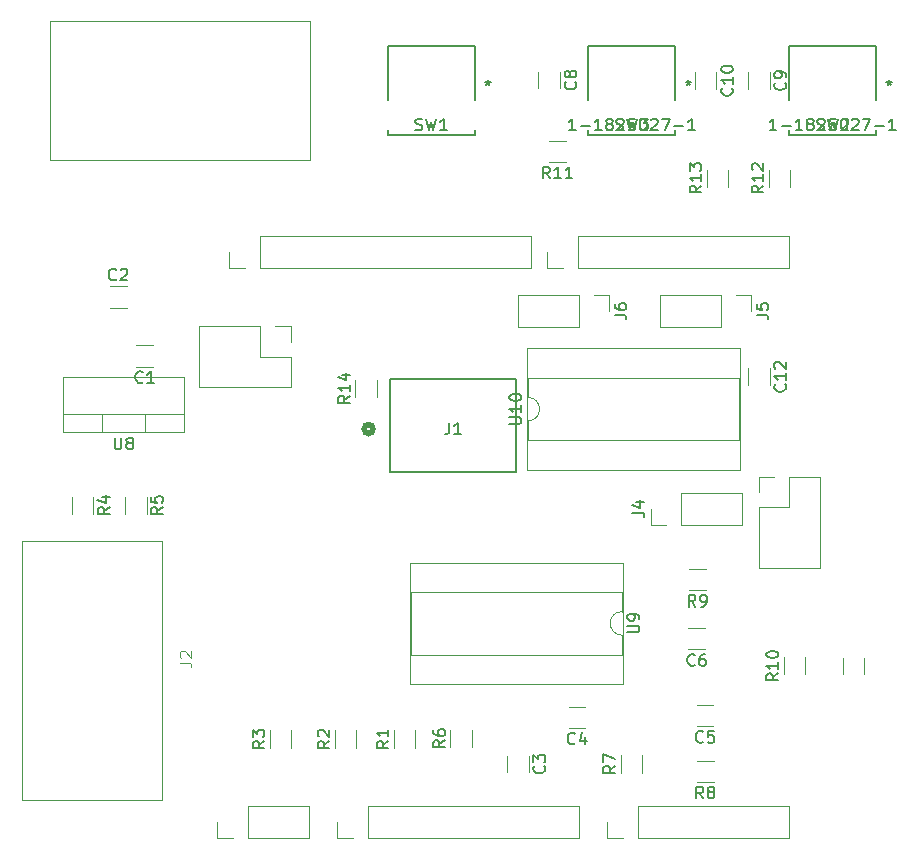
<source format=gbr>
%TF.GenerationSoftware,KiCad,Pcbnew,8.0.2*%
%TF.CreationDate,2024-04-30T14:50:30+02:00*%
%TF.ProjectId,Bachelor Shield,42616368-656c-46f7-9220-536869656c64,1.0*%
%TF.SameCoordinates,Original*%
%TF.FileFunction,Legend,Top*%
%TF.FilePolarity,Positive*%
%FSLAX46Y46*%
G04 Gerber Fmt 4.6, Leading zero omitted, Abs format (unit mm)*
G04 Created by KiCad (PCBNEW 8.0.2) date 2024-04-30 14:50:30*
%MOMM*%
%LPD*%
G01*
G04 APERTURE LIST*
%ADD10C,0.150000*%
%ADD11C,0.100000*%
%ADD12C,0.120000*%
%ADD13C,0.152400*%
%ADD14C,0.508000*%
G04 APERTURE END LIST*
D10*
X125294819Y-85083333D02*
X126009104Y-85083333D01*
X126009104Y-85083333D02*
X126151961Y-85130952D01*
X126151961Y-85130952D02*
X126247200Y-85226190D01*
X126247200Y-85226190D02*
X126294819Y-85369047D01*
X126294819Y-85369047D02*
X126294819Y-85464285D01*
X125628152Y-84178571D02*
X126294819Y-84178571D01*
X125247200Y-84416666D02*
X125961485Y-84654761D01*
X125961485Y-84654761D02*
X125961485Y-84035714D01*
X120433333Y-104609580D02*
X120385714Y-104657200D01*
X120385714Y-104657200D02*
X120242857Y-104704819D01*
X120242857Y-104704819D02*
X120147619Y-104704819D01*
X120147619Y-104704819D02*
X120004762Y-104657200D01*
X120004762Y-104657200D02*
X119909524Y-104561961D01*
X119909524Y-104561961D02*
X119861905Y-104466723D01*
X119861905Y-104466723D02*
X119814286Y-104276247D01*
X119814286Y-104276247D02*
X119814286Y-104133390D01*
X119814286Y-104133390D02*
X119861905Y-103942914D01*
X119861905Y-103942914D02*
X119909524Y-103847676D01*
X119909524Y-103847676D02*
X120004762Y-103752438D01*
X120004762Y-103752438D02*
X120147619Y-103704819D01*
X120147619Y-103704819D02*
X120242857Y-103704819D01*
X120242857Y-103704819D02*
X120385714Y-103752438D01*
X120385714Y-103752438D02*
X120433333Y-103800057D01*
X121290476Y-104038152D02*
X121290476Y-104704819D01*
X121052381Y-103657200D02*
X120814286Y-104371485D01*
X120814286Y-104371485D02*
X121433333Y-104371485D01*
X130570833Y-97959580D02*
X130523214Y-98007200D01*
X130523214Y-98007200D02*
X130380357Y-98054819D01*
X130380357Y-98054819D02*
X130285119Y-98054819D01*
X130285119Y-98054819D02*
X130142262Y-98007200D01*
X130142262Y-98007200D02*
X130047024Y-97911961D01*
X130047024Y-97911961D02*
X129999405Y-97816723D01*
X129999405Y-97816723D02*
X129951786Y-97626247D01*
X129951786Y-97626247D02*
X129951786Y-97483390D01*
X129951786Y-97483390D02*
X129999405Y-97292914D01*
X129999405Y-97292914D02*
X130047024Y-97197676D01*
X130047024Y-97197676D02*
X130142262Y-97102438D01*
X130142262Y-97102438D02*
X130285119Y-97054819D01*
X130285119Y-97054819D02*
X130380357Y-97054819D01*
X130380357Y-97054819D02*
X130523214Y-97102438D01*
X130523214Y-97102438D02*
X130570833Y-97150057D01*
X131427976Y-97054819D02*
X131237500Y-97054819D01*
X131237500Y-97054819D02*
X131142262Y-97102438D01*
X131142262Y-97102438D02*
X131094643Y-97150057D01*
X131094643Y-97150057D02*
X130999405Y-97292914D01*
X130999405Y-97292914D02*
X130951786Y-97483390D01*
X130951786Y-97483390D02*
X130951786Y-97864342D01*
X130951786Y-97864342D02*
X130999405Y-97959580D01*
X130999405Y-97959580D02*
X131047024Y-98007200D01*
X131047024Y-98007200D02*
X131142262Y-98054819D01*
X131142262Y-98054819D02*
X131332738Y-98054819D01*
X131332738Y-98054819D02*
X131427976Y-98007200D01*
X131427976Y-98007200D02*
X131475595Y-97959580D01*
X131475595Y-97959580D02*
X131523214Y-97864342D01*
X131523214Y-97864342D02*
X131523214Y-97626247D01*
X131523214Y-97626247D02*
X131475595Y-97531009D01*
X131475595Y-97531009D02*
X131427976Y-97483390D01*
X131427976Y-97483390D02*
X131332738Y-97435771D01*
X131332738Y-97435771D02*
X131142262Y-97435771D01*
X131142262Y-97435771D02*
X131047024Y-97483390D01*
X131047024Y-97483390D02*
X130999405Y-97531009D01*
X130999405Y-97531009D02*
X130951786Y-97626247D01*
X138209580Y-48666666D02*
X138257200Y-48714285D01*
X138257200Y-48714285D02*
X138304819Y-48857142D01*
X138304819Y-48857142D02*
X138304819Y-48952380D01*
X138304819Y-48952380D02*
X138257200Y-49095237D01*
X138257200Y-49095237D02*
X138161961Y-49190475D01*
X138161961Y-49190475D02*
X138066723Y-49238094D01*
X138066723Y-49238094D02*
X137876247Y-49285713D01*
X137876247Y-49285713D02*
X137733390Y-49285713D01*
X137733390Y-49285713D02*
X137542914Y-49238094D01*
X137542914Y-49238094D02*
X137447676Y-49190475D01*
X137447676Y-49190475D02*
X137352438Y-49095237D01*
X137352438Y-49095237D02*
X137304819Y-48952380D01*
X137304819Y-48952380D02*
X137304819Y-48857142D01*
X137304819Y-48857142D02*
X137352438Y-48714285D01*
X137352438Y-48714285D02*
X137400057Y-48666666D01*
X138304819Y-48190475D02*
X138304819Y-47999999D01*
X138304819Y-47999999D02*
X138257200Y-47904761D01*
X138257200Y-47904761D02*
X138209580Y-47857142D01*
X138209580Y-47857142D02*
X138066723Y-47761904D01*
X138066723Y-47761904D02*
X137876247Y-47714285D01*
X137876247Y-47714285D02*
X137495295Y-47714285D01*
X137495295Y-47714285D02*
X137400057Y-47761904D01*
X137400057Y-47761904D02*
X137352438Y-47809523D01*
X137352438Y-47809523D02*
X137304819Y-47904761D01*
X137304819Y-47904761D02*
X137304819Y-48095237D01*
X137304819Y-48095237D02*
X137352438Y-48190475D01*
X137352438Y-48190475D02*
X137400057Y-48238094D01*
X137400057Y-48238094D02*
X137495295Y-48285713D01*
X137495295Y-48285713D02*
X137733390Y-48285713D01*
X137733390Y-48285713D02*
X137828628Y-48238094D01*
X137828628Y-48238094D02*
X137876247Y-48190475D01*
X137876247Y-48190475D02*
X137923866Y-48095237D01*
X137923866Y-48095237D02*
X137923866Y-47904761D01*
X137923866Y-47904761D02*
X137876247Y-47809523D01*
X137876247Y-47809523D02*
X137828628Y-47761904D01*
X137828628Y-47761904D02*
X137733390Y-47714285D01*
X123916666Y-52668099D02*
X124059523Y-52715718D01*
X124059523Y-52715718D02*
X124297618Y-52715718D01*
X124297618Y-52715718D02*
X124392856Y-52668099D01*
X124392856Y-52668099D02*
X124440475Y-52620479D01*
X124440475Y-52620479D02*
X124488094Y-52525241D01*
X124488094Y-52525241D02*
X124488094Y-52430003D01*
X124488094Y-52430003D02*
X124440475Y-52334765D01*
X124440475Y-52334765D02*
X124392856Y-52287146D01*
X124392856Y-52287146D02*
X124297618Y-52239527D01*
X124297618Y-52239527D02*
X124107142Y-52191908D01*
X124107142Y-52191908D02*
X124011904Y-52144289D01*
X124011904Y-52144289D02*
X123964285Y-52096670D01*
X123964285Y-52096670D02*
X123916666Y-52001432D01*
X123916666Y-52001432D02*
X123916666Y-51906194D01*
X123916666Y-51906194D02*
X123964285Y-51810956D01*
X123964285Y-51810956D02*
X124011904Y-51763337D01*
X124011904Y-51763337D02*
X124107142Y-51715718D01*
X124107142Y-51715718D02*
X124345237Y-51715718D01*
X124345237Y-51715718D02*
X124488094Y-51763337D01*
X124821428Y-51715718D02*
X125059523Y-52715718D01*
X125059523Y-52715718D02*
X125249999Y-52001432D01*
X125249999Y-52001432D02*
X125440475Y-52715718D01*
X125440475Y-52715718D02*
X125678571Y-51715718D01*
X125964285Y-51715718D02*
X126583332Y-51715718D01*
X126583332Y-51715718D02*
X126249999Y-52096670D01*
X126249999Y-52096670D02*
X126392856Y-52096670D01*
X126392856Y-52096670D02*
X126488094Y-52144289D01*
X126488094Y-52144289D02*
X126535713Y-52191908D01*
X126535713Y-52191908D02*
X126583332Y-52287146D01*
X126583332Y-52287146D02*
X126583332Y-52525241D01*
X126583332Y-52525241D02*
X126535713Y-52620479D01*
X126535713Y-52620479D02*
X126488094Y-52668099D01*
X126488094Y-52668099D02*
X126392856Y-52715718D01*
X126392856Y-52715718D02*
X126107142Y-52715718D01*
X126107142Y-52715718D02*
X126011904Y-52668099D01*
X126011904Y-52668099D02*
X125964285Y-52620479D01*
X120488094Y-52715718D02*
X119916666Y-52715718D01*
X120202380Y-52715718D02*
X120202380Y-51715718D01*
X120202380Y-51715718D02*
X120107142Y-51858575D01*
X120107142Y-51858575D02*
X120011904Y-51953813D01*
X120011904Y-51953813D02*
X119916666Y-52001432D01*
X120916666Y-52334765D02*
X121678571Y-52334765D01*
X122678570Y-52715718D02*
X122107142Y-52715718D01*
X122392856Y-52715718D02*
X122392856Y-51715718D01*
X122392856Y-51715718D02*
X122297618Y-51858575D01*
X122297618Y-51858575D02*
X122202380Y-51953813D01*
X122202380Y-51953813D02*
X122107142Y-52001432D01*
X123249999Y-52144289D02*
X123154761Y-52096670D01*
X123154761Y-52096670D02*
X123107142Y-52049051D01*
X123107142Y-52049051D02*
X123059523Y-51953813D01*
X123059523Y-51953813D02*
X123059523Y-51906194D01*
X123059523Y-51906194D02*
X123107142Y-51810956D01*
X123107142Y-51810956D02*
X123154761Y-51763337D01*
X123154761Y-51763337D02*
X123249999Y-51715718D01*
X123249999Y-51715718D02*
X123440475Y-51715718D01*
X123440475Y-51715718D02*
X123535713Y-51763337D01*
X123535713Y-51763337D02*
X123583332Y-51810956D01*
X123583332Y-51810956D02*
X123630951Y-51906194D01*
X123630951Y-51906194D02*
X123630951Y-51953813D01*
X123630951Y-51953813D02*
X123583332Y-52049051D01*
X123583332Y-52049051D02*
X123535713Y-52096670D01*
X123535713Y-52096670D02*
X123440475Y-52144289D01*
X123440475Y-52144289D02*
X123249999Y-52144289D01*
X123249999Y-52144289D02*
X123154761Y-52191908D01*
X123154761Y-52191908D02*
X123107142Y-52239527D01*
X123107142Y-52239527D02*
X123059523Y-52334765D01*
X123059523Y-52334765D02*
X123059523Y-52525241D01*
X123059523Y-52525241D02*
X123107142Y-52620479D01*
X123107142Y-52620479D02*
X123154761Y-52668099D01*
X123154761Y-52668099D02*
X123249999Y-52715718D01*
X123249999Y-52715718D02*
X123440475Y-52715718D01*
X123440475Y-52715718D02*
X123535713Y-52668099D01*
X123535713Y-52668099D02*
X123583332Y-52620479D01*
X123583332Y-52620479D02*
X123630951Y-52525241D01*
X123630951Y-52525241D02*
X123630951Y-52334765D01*
X123630951Y-52334765D02*
X123583332Y-52239527D01*
X123583332Y-52239527D02*
X123535713Y-52191908D01*
X123535713Y-52191908D02*
X123440475Y-52144289D01*
X124011904Y-51810956D02*
X124059523Y-51763337D01*
X124059523Y-51763337D02*
X124154761Y-51715718D01*
X124154761Y-51715718D02*
X124392856Y-51715718D01*
X124392856Y-51715718D02*
X124488094Y-51763337D01*
X124488094Y-51763337D02*
X124535713Y-51810956D01*
X124535713Y-51810956D02*
X124583332Y-51906194D01*
X124583332Y-51906194D02*
X124583332Y-52001432D01*
X124583332Y-52001432D02*
X124535713Y-52144289D01*
X124535713Y-52144289D02*
X123964285Y-52715718D01*
X123964285Y-52715718D02*
X124583332Y-52715718D01*
X125488094Y-51715718D02*
X125011904Y-51715718D01*
X125011904Y-51715718D02*
X124964285Y-52191908D01*
X124964285Y-52191908D02*
X125011904Y-52144289D01*
X125011904Y-52144289D02*
X125107142Y-52096670D01*
X125107142Y-52096670D02*
X125345237Y-52096670D01*
X125345237Y-52096670D02*
X125440475Y-52144289D01*
X125440475Y-52144289D02*
X125488094Y-52191908D01*
X125488094Y-52191908D02*
X125535713Y-52287146D01*
X125535713Y-52287146D02*
X125535713Y-52525241D01*
X125535713Y-52525241D02*
X125488094Y-52620479D01*
X125488094Y-52620479D02*
X125440475Y-52668099D01*
X125440475Y-52668099D02*
X125345237Y-52715718D01*
X125345237Y-52715718D02*
X125107142Y-52715718D01*
X125107142Y-52715718D02*
X125011904Y-52668099D01*
X125011904Y-52668099D02*
X124964285Y-52620479D01*
X126154761Y-51715718D02*
X126249999Y-51715718D01*
X126249999Y-51715718D02*
X126345237Y-51763337D01*
X126345237Y-51763337D02*
X126392856Y-51810956D01*
X126392856Y-51810956D02*
X126440475Y-51906194D01*
X126440475Y-51906194D02*
X126488094Y-52096670D01*
X126488094Y-52096670D02*
X126488094Y-52334765D01*
X126488094Y-52334765D02*
X126440475Y-52525241D01*
X126440475Y-52525241D02*
X126392856Y-52620479D01*
X126392856Y-52620479D02*
X126345237Y-52668099D01*
X126345237Y-52668099D02*
X126249999Y-52715718D01*
X126249999Y-52715718D02*
X126154761Y-52715718D01*
X126154761Y-52715718D02*
X126059523Y-52668099D01*
X126059523Y-52668099D02*
X126011904Y-52620479D01*
X126011904Y-52620479D02*
X125964285Y-52525241D01*
X125964285Y-52525241D02*
X125916666Y-52334765D01*
X125916666Y-52334765D02*
X125916666Y-52096670D01*
X125916666Y-52096670D02*
X125964285Y-51906194D01*
X125964285Y-51906194D02*
X126011904Y-51810956D01*
X126011904Y-51810956D02*
X126059523Y-51763337D01*
X126059523Y-51763337D02*
X126154761Y-51715718D01*
X126869047Y-51810956D02*
X126916666Y-51763337D01*
X126916666Y-51763337D02*
X127011904Y-51715718D01*
X127011904Y-51715718D02*
X127249999Y-51715718D01*
X127249999Y-51715718D02*
X127345237Y-51763337D01*
X127345237Y-51763337D02*
X127392856Y-51810956D01*
X127392856Y-51810956D02*
X127440475Y-51906194D01*
X127440475Y-51906194D02*
X127440475Y-52001432D01*
X127440475Y-52001432D02*
X127392856Y-52144289D01*
X127392856Y-52144289D02*
X126821428Y-52715718D01*
X126821428Y-52715718D02*
X127440475Y-52715718D01*
X127773809Y-51715718D02*
X128440475Y-51715718D01*
X128440475Y-51715718D02*
X128011904Y-52715718D01*
X128821428Y-52334765D02*
X129583333Y-52334765D01*
X130583332Y-52715718D02*
X130011904Y-52715718D01*
X130297618Y-52715718D02*
X130297618Y-51715718D01*
X130297618Y-51715718D02*
X130202380Y-51858575D01*
X130202380Y-51858575D02*
X130107142Y-51953813D01*
X130107142Y-51953813D02*
X130011904Y-52001432D01*
X130040000Y-48454819D02*
X130040000Y-48692914D01*
X129801905Y-48597676D02*
X130040000Y-48692914D01*
X130040000Y-48692914D02*
X130278095Y-48597676D01*
X129897143Y-48883390D02*
X130040000Y-48692914D01*
X130040000Y-48692914D02*
X130182857Y-48883390D01*
X117809580Y-106529166D02*
X117857200Y-106576785D01*
X117857200Y-106576785D02*
X117904819Y-106719642D01*
X117904819Y-106719642D02*
X117904819Y-106814880D01*
X117904819Y-106814880D02*
X117857200Y-106957737D01*
X117857200Y-106957737D02*
X117761961Y-107052975D01*
X117761961Y-107052975D02*
X117666723Y-107100594D01*
X117666723Y-107100594D02*
X117476247Y-107148213D01*
X117476247Y-107148213D02*
X117333390Y-107148213D01*
X117333390Y-107148213D02*
X117142914Y-107100594D01*
X117142914Y-107100594D02*
X117047676Y-107052975D01*
X117047676Y-107052975D02*
X116952438Y-106957737D01*
X116952438Y-106957737D02*
X116904819Y-106814880D01*
X116904819Y-106814880D02*
X116904819Y-106719642D01*
X116904819Y-106719642D02*
X116952438Y-106576785D01*
X116952438Y-106576785D02*
X117000057Y-106529166D01*
X116904819Y-106195832D02*
X116904819Y-105576785D01*
X116904819Y-105576785D02*
X117285771Y-105910118D01*
X117285771Y-105910118D02*
X117285771Y-105767261D01*
X117285771Y-105767261D02*
X117333390Y-105672023D01*
X117333390Y-105672023D02*
X117381009Y-105624404D01*
X117381009Y-105624404D02*
X117476247Y-105576785D01*
X117476247Y-105576785D02*
X117714342Y-105576785D01*
X117714342Y-105576785D02*
X117809580Y-105624404D01*
X117809580Y-105624404D02*
X117857200Y-105672023D01*
X117857200Y-105672023D02*
X117904819Y-105767261D01*
X117904819Y-105767261D02*
X117904819Y-106052975D01*
X117904819Y-106052975D02*
X117857200Y-106148213D01*
X117857200Y-106148213D02*
X117809580Y-106195832D01*
X118307142Y-56774819D02*
X117973809Y-56298628D01*
X117735714Y-56774819D02*
X117735714Y-55774819D01*
X117735714Y-55774819D02*
X118116666Y-55774819D01*
X118116666Y-55774819D02*
X118211904Y-55822438D01*
X118211904Y-55822438D02*
X118259523Y-55870057D01*
X118259523Y-55870057D02*
X118307142Y-55965295D01*
X118307142Y-55965295D02*
X118307142Y-56108152D01*
X118307142Y-56108152D02*
X118259523Y-56203390D01*
X118259523Y-56203390D02*
X118211904Y-56251009D01*
X118211904Y-56251009D02*
X118116666Y-56298628D01*
X118116666Y-56298628D02*
X117735714Y-56298628D01*
X119259523Y-56774819D02*
X118688095Y-56774819D01*
X118973809Y-56774819D02*
X118973809Y-55774819D01*
X118973809Y-55774819D02*
X118878571Y-55917676D01*
X118878571Y-55917676D02*
X118783333Y-56012914D01*
X118783333Y-56012914D02*
X118688095Y-56060533D01*
X120211904Y-56774819D02*
X119640476Y-56774819D01*
X119926190Y-56774819D02*
X119926190Y-55774819D01*
X119926190Y-55774819D02*
X119830952Y-55917676D01*
X119830952Y-55917676D02*
X119735714Y-56012914D01*
X119735714Y-56012914D02*
X119640476Y-56060533D01*
X131134819Y-57392857D02*
X130658628Y-57726190D01*
X131134819Y-57964285D02*
X130134819Y-57964285D01*
X130134819Y-57964285D02*
X130134819Y-57583333D01*
X130134819Y-57583333D02*
X130182438Y-57488095D01*
X130182438Y-57488095D02*
X130230057Y-57440476D01*
X130230057Y-57440476D02*
X130325295Y-57392857D01*
X130325295Y-57392857D02*
X130468152Y-57392857D01*
X130468152Y-57392857D02*
X130563390Y-57440476D01*
X130563390Y-57440476D02*
X130611009Y-57488095D01*
X130611009Y-57488095D02*
X130658628Y-57583333D01*
X130658628Y-57583333D02*
X130658628Y-57964285D01*
X131134819Y-56440476D02*
X131134819Y-57011904D01*
X131134819Y-56726190D02*
X130134819Y-56726190D01*
X130134819Y-56726190D02*
X130277676Y-56821428D01*
X130277676Y-56821428D02*
X130372914Y-56916666D01*
X130372914Y-56916666D02*
X130420533Y-57011904D01*
X130134819Y-56107142D02*
X130134819Y-55488095D01*
X130134819Y-55488095D02*
X130515771Y-55821428D01*
X130515771Y-55821428D02*
X130515771Y-55678571D01*
X130515771Y-55678571D02*
X130563390Y-55583333D01*
X130563390Y-55583333D02*
X130611009Y-55535714D01*
X130611009Y-55535714D02*
X130706247Y-55488095D01*
X130706247Y-55488095D02*
X130944342Y-55488095D01*
X130944342Y-55488095D02*
X131039580Y-55535714D01*
X131039580Y-55535714D02*
X131087200Y-55583333D01*
X131087200Y-55583333D02*
X131134819Y-55678571D01*
X131134819Y-55678571D02*
X131134819Y-55964285D01*
X131134819Y-55964285D02*
X131087200Y-56059523D01*
X131087200Y-56059523D02*
X131039580Y-56107142D01*
X83833333Y-74009580D02*
X83785714Y-74057200D01*
X83785714Y-74057200D02*
X83642857Y-74104819D01*
X83642857Y-74104819D02*
X83547619Y-74104819D01*
X83547619Y-74104819D02*
X83404762Y-74057200D01*
X83404762Y-74057200D02*
X83309524Y-73961961D01*
X83309524Y-73961961D02*
X83261905Y-73866723D01*
X83261905Y-73866723D02*
X83214286Y-73676247D01*
X83214286Y-73676247D02*
X83214286Y-73533390D01*
X83214286Y-73533390D02*
X83261905Y-73342914D01*
X83261905Y-73342914D02*
X83309524Y-73247676D01*
X83309524Y-73247676D02*
X83404762Y-73152438D01*
X83404762Y-73152438D02*
X83547619Y-73104819D01*
X83547619Y-73104819D02*
X83642857Y-73104819D01*
X83642857Y-73104819D02*
X83785714Y-73152438D01*
X83785714Y-73152438D02*
X83833333Y-73200057D01*
X84785714Y-74104819D02*
X84214286Y-74104819D01*
X84500000Y-74104819D02*
X84500000Y-73104819D01*
X84500000Y-73104819D02*
X84404762Y-73247676D01*
X84404762Y-73247676D02*
X84309524Y-73342914D01*
X84309524Y-73342914D02*
X84214286Y-73390533D01*
X124874819Y-95209404D02*
X125684342Y-95209404D01*
X125684342Y-95209404D02*
X125779580Y-95161785D01*
X125779580Y-95161785D02*
X125827200Y-95114166D01*
X125827200Y-95114166D02*
X125874819Y-95018928D01*
X125874819Y-95018928D02*
X125874819Y-94828452D01*
X125874819Y-94828452D02*
X125827200Y-94733214D01*
X125827200Y-94733214D02*
X125779580Y-94685595D01*
X125779580Y-94685595D02*
X125684342Y-94637976D01*
X125684342Y-94637976D02*
X124874819Y-94637976D01*
X125874819Y-94114166D02*
X125874819Y-93923690D01*
X125874819Y-93923690D02*
X125827200Y-93828452D01*
X125827200Y-93828452D02*
X125779580Y-93780833D01*
X125779580Y-93780833D02*
X125636723Y-93685595D01*
X125636723Y-93685595D02*
X125446247Y-93637976D01*
X125446247Y-93637976D02*
X125065295Y-93637976D01*
X125065295Y-93637976D02*
X124970057Y-93685595D01*
X124970057Y-93685595D02*
X124922438Y-93733214D01*
X124922438Y-93733214D02*
X124874819Y-93828452D01*
X124874819Y-93828452D02*
X124874819Y-94018928D01*
X124874819Y-94018928D02*
X124922438Y-94114166D01*
X124922438Y-94114166D02*
X124970057Y-94161785D01*
X124970057Y-94161785D02*
X125065295Y-94209404D01*
X125065295Y-94209404D02*
X125303390Y-94209404D01*
X125303390Y-94209404D02*
X125398628Y-94161785D01*
X125398628Y-94161785D02*
X125446247Y-94114166D01*
X125446247Y-94114166D02*
X125493866Y-94018928D01*
X125493866Y-94018928D02*
X125493866Y-93828452D01*
X125493866Y-93828452D02*
X125446247Y-93733214D01*
X125446247Y-93733214D02*
X125398628Y-93685595D01*
X125398628Y-93685595D02*
X125303390Y-93637976D01*
X137634819Y-98692857D02*
X137158628Y-99026190D01*
X137634819Y-99264285D02*
X136634819Y-99264285D01*
X136634819Y-99264285D02*
X136634819Y-98883333D01*
X136634819Y-98883333D02*
X136682438Y-98788095D01*
X136682438Y-98788095D02*
X136730057Y-98740476D01*
X136730057Y-98740476D02*
X136825295Y-98692857D01*
X136825295Y-98692857D02*
X136968152Y-98692857D01*
X136968152Y-98692857D02*
X137063390Y-98740476D01*
X137063390Y-98740476D02*
X137111009Y-98788095D01*
X137111009Y-98788095D02*
X137158628Y-98883333D01*
X137158628Y-98883333D02*
X137158628Y-99264285D01*
X137634819Y-97740476D02*
X137634819Y-98311904D01*
X137634819Y-98026190D02*
X136634819Y-98026190D01*
X136634819Y-98026190D02*
X136777676Y-98121428D01*
X136777676Y-98121428D02*
X136872914Y-98216666D01*
X136872914Y-98216666D02*
X136920533Y-98311904D01*
X136634819Y-97121428D02*
X136634819Y-97026190D01*
X136634819Y-97026190D02*
X136682438Y-96930952D01*
X136682438Y-96930952D02*
X136730057Y-96883333D01*
X136730057Y-96883333D02*
X136825295Y-96835714D01*
X136825295Y-96835714D02*
X137015771Y-96788095D01*
X137015771Y-96788095D02*
X137253866Y-96788095D01*
X137253866Y-96788095D02*
X137444342Y-96835714D01*
X137444342Y-96835714D02*
X137539580Y-96883333D01*
X137539580Y-96883333D02*
X137587200Y-96930952D01*
X137587200Y-96930952D02*
X137634819Y-97026190D01*
X137634819Y-97026190D02*
X137634819Y-97121428D01*
X137634819Y-97121428D02*
X137587200Y-97216666D01*
X137587200Y-97216666D02*
X137539580Y-97264285D01*
X137539580Y-97264285D02*
X137444342Y-97311904D01*
X137444342Y-97311904D02*
X137253866Y-97359523D01*
X137253866Y-97359523D02*
X137015771Y-97359523D01*
X137015771Y-97359523D02*
X136825295Y-97311904D01*
X136825295Y-97311904D02*
X136730057Y-97264285D01*
X136730057Y-97264285D02*
X136682438Y-97216666D01*
X136682438Y-97216666D02*
X136634819Y-97121428D01*
D11*
X86957419Y-97770833D02*
X87671704Y-97770833D01*
X87671704Y-97770833D02*
X87814561Y-97818452D01*
X87814561Y-97818452D02*
X87909800Y-97913690D01*
X87909800Y-97913690D02*
X87957419Y-98056547D01*
X87957419Y-98056547D02*
X87957419Y-98151785D01*
X87052657Y-97342261D02*
X87005038Y-97294642D01*
X87005038Y-97294642D02*
X86957419Y-97199404D01*
X86957419Y-97199404D02*
X86957419Y-96961309D01*
X86957419Y-96961309D02*
X87005038Y-96866071D01*
X87005038Y-96866071D02*
X87052657Y-96818452D01*
X87052657Y-96818452D02*
X87147895Y-96770833D01*
X87147895Y-96770833D02*
X87243133Y-96770833D01*
X87243133Y-96770833D02*
X87385990Y-96818452D01*
X87385990Y-96818452D02*
X87957419Y-97389880D01*
X87957419Y-97389880D02*
X87957419Y-96770833D01*
D10*
X99634819Y-104404166D02*
X99158628Y-104737499D01*
X99634819Y-104975594D02*
X98634819Y-104975594D01*
X98634819Y-104975594D02*
X98634819Y-104594642D01*
X98634819Y-104594642D02*
X98682438Y-104499404D01*
X98682438Y-104499404D02*
X98730057Y-104451785D01*
X98730057Y-104451785D02*
X98825295Y-104404166D01*
X98825295Y-104404166D02*
X98968152Y-104404166D01*
X98968152Y-104404166D02*
X99063390Y-104451785D01*
X99063390Y-104451785D02*
X99111009Y-104499404D01*
X99111009Y-104499404D02*
X99158628Y-104594642D01*
X99158628Y-104594642D02*
X99158628Y-104975594D01*
X98730057Y-104023213D02*
X98682438Y-103975594D01*
X98682438Y-103975594D02*
X98634819Y-103880356D01*
X98634819Y-103880356D02*
X98634819Y-103642261D01*
X98634819Y-103642261D02*
X98682438Y-103547023D01*
X98682438Y-103547023D02*
X98730057Y-103499404D01*
X98730057Y-103499404D02*
X98825295Y-103451785D01*
X98825295Y-103451785D02*
X98920533Y-103451785D01*
X98920533Y-103451785D02*
X99063390Y-103499404D01*
X99063390Y-103499404D02*
X99634819Y-104070832D01*
X99634819Y-104070832D02*
X99634819Y-103451785D01*
X114884819Y-77548094D02*
X115694342Y-77548094D01*
X115694342Y-77548094D02*
X115789580Y-77500475D01*
X115789580Y-77500475D02*
X115837200Y-77452856D01*
X115837200Y-77452856D02*
X115884819Y-77357618D01*
X115884819Y-77357618D02*
X115884819Y-77167142D01*
X115884819Y-77167142D02*
X115837200Y-77071904D01*
X115837200Y-77071904D02*
X115789580Y-77024285D01*
X115789580Y-77024285D02*
X115694342Y-76976666D01*
X115694342Y-76976666D02*
X114884819Y-76976666D01*
X115884819Y-75976666D02*
X115884819Y-76548094D01*
X115884819Y-76262380D02*
X114884819Y-76262380D01*
X114884819Y-76262380D02*
X115027676Y-76357618D01*
X115027676Y-76357618D02*
X115122914Y-76452856D01*
X115122914Y-76452856D02*
X115170533Y-76548094D01*
X114884819Y-75357618D02*
X114884819Y-75262380D01*
X114884819Y-75262380D02*
X114932438Y-75167142D01*
X114932438Y-75167142D02*
X114980057Y-75119523D01*
X114980057Y-75119523D02*
X115075295Y-75071904D01*
X115075295Y-75071904D02*
X115265771Y-75024285D01*
X115265771Y-75024285D02*
X115503866Y-75024285D01*
X115503866Y-75024285D02*
X115694342Y-75071904D01*
X115694342Y-75071904D02*
X115789580Y-75119523D01*
X115789580Y-75119523D02*
X115837200Y-75167142D01*
X115837200Y-75167142D02*
X115884819Y-75262380D01*
X115884819Y-75262380D02*
X115884819Y-75357618D01*
X115884819Y-75357618D02*
X115837200Y-75452856D01*
X115837200Y-75452856D02*
X115789580Y-75500475D01*
X115789580Y-75500475D02*
X115694342Y-75548094D01*
X115694342Y-75548094D02*
X115503866Y-75595713D01*
X115503866Y-75595713D02*
X115265771Y-75595713D01*
X115265771Y-75595713D02*
X115075295Y-75548094D01*
X115075295Y-75548094D02*
X114980057Y-75500475D01*
X114980057Y-75500475D02*
X114932438Y-75452856D01*
X114932438Y-75452856D02*
X114884819Y-75357618D01*
X120459580Y-48604166D02*
X120507200Y-48651785D01*
X120507200Y-48651785D02*
X120554819Y-48794642D01*
X120554819Y-48794642D02*
X120554819Y-48889880D01*
X120554819Y-48889880D02*
X120507200Y-49032737D01*
X120507200Y-49032737D02*
X120411961Y-49127975D01*
X120411961Y-49127975D02*
X120316723Y-49175594D01*
X120316723Y-49175594D02*
X120126247Y-49223213D01*
X120126247Y-49223213D02*
X119983390Y-49223213D01*
X119983390Y-49223213D02*
X119792914Y-49175594D01*
X119792914Y-49175594D02*
X119697676Y-49127975D01*
X119697676Y-49127975D02*
X119602438Y-49032737D01*
X119602438Y-49032737D02*
X119554819Y-48889880D01*
X119554819Y-48889880D02*
X119554819Y-48794642D01*
X119554819Y-48794642D02*
X119602438Y-48651785D01*
X119602438Y-48651785D02*
X119650057Y-48604166D01*
X119983390Y-48032737D02*
X119935771Y-48127975D01*
X119935771Y-48127975D02*
X119888152Y-48175594D01*
X119888152Y-48175594D02*
X119792914Y-48223213D01*
X119792914Y-48223213D02*
X119745295Y-48223213D01*
X119745295Y-48223213D02*
X119650057Y-48175594D01*
X119650057Y-48175594D02*
X119602438Y-48127975D01*
X119602438Y-48127975D02*
X119554819Y-48032737D01*
X119554819Y-48032737D02*
X119554819Y-47842261D01*
X119554819Y-47842261D02*
X119602438Y-47747023D01*
X119602438Y-47747023D02*
X119650057Y-47699404D01*
X119650057Y-47699404D02*
X119745295Y-47651785D01*
X119745295Y-47651785D02*
X119792914Y-47651785D01*
X119792914Y-47651785D02*
X119888152Y-47699404D01*
X119888152Y-47699404D02*
X119935771Y-47747023D01*
X119935771Y-47747023D02*
X119983390Y-47842261D01*
X119983390Y-47842261D02*
X119983390Y-48032737D01*
X119983390Y-48032737D02*
X120031009Y-48127975D01*
X120031009Y-48127975D02*
X120078628Y-48175594D01*
X120078628Y-48175594D02*
X120173866Y-48223213D01*
X120173866Y-48223213D02*
X120364342Y-48223213D01*
X120364342Y-48223213D02*
X120459580Y-48175594D01*
X120459580Y-48175594D02*
X120507200Y-48127975D01*
X120507200Y-48127975D02*
X120554819Y-48032737D01*
X120554819Y-48032737D02*
X120554819Y-47842261D01*
X120554819Y-47842261D02*
X120507200Y-47747023D01*
X120507200Y-47747023D02*
X120459580Y-47699404D01*
X120459580Y-47699404D02*
X120364342Y-47651785D01*
X120364342Y-47651785D02*
X120173866Y-47651785D01*
X120173866Y-47651785D02*
X120078628Y-47699404D01*
X120078628Y-47699404D02*
X120031009Y-47747023D01*
X120031009Y-47747023D02*
X119983390Y-47842261D01*
X130633333Y-93024819D02*
X130300000Y-92548628D01*
X130061905Y-93024819D02*
X130061905Y-92024819D01*
X130061905Y-92024819D02*
X130442857Y-92024819D01*
X130442857Y-92024819D02*
X130538095Y-92072438D01*
X130538095Y-92072438D02*
X130585714Y-92120057D01*
X130585714Y-92120057D02*
X130633333Y-92215295D01*
X130633333Y-92215295D02*
X130633333Y-92358152D01*
X130633333Y-92358152D02*
X130585714Y-92453390D01*
X130585714Y-92453390D02*
X130538095Y-92501009D01*
X130538095Y-92501009D02*
X130442857Y-92548628D01*
X130442857Y-92548628D02*
X130061905Y-92548628D01*
X131109524Y-93024819D02*
X131300000Y-93024819D01*
X131300000Y-93024819D02*
X131395238Y-92977200D01*
X131395238Y-92977200D02*
X131442857Y-92929580D01*
X131442857Y-92929580D02*
X131538095Y-92786723D01*
X131538095Y-92786723D02*
X131585714Y-92596247D01*
X131585714Y-92596247D02*
X131585714Y-92215295D01*
X131585714Y-92215295D02*
X131538095Y-92120057D01*
X131538095Y-92120057D02*
X131490476Y-92072438D01*
X131490476Y-92072438D02*
X131395238Y-92024819D01*
X131395238Y-92024819D02*
X131204762Y-92024819D01*
X131204762Y-92024819D02*
X131109524Y-92072438D01*
X131109524Y-92072438D02*
X131061905Y-92120057D01*
X131061905Y-92120057D02*
X131014286Y-92215295D01*
X131014286Y-92215295D02*
X131014286Y-92453390D01*
X131014286Y-92453390D02*
X131061905Y-92548628D01*
X131061905Y-92548628D02*
X131109524Y-92596247D01*
X131109524Y-92596247D02*
X131204762Y-92643866D01*
X131204762Y-92643866D02*
X131395238Y-92643866D01*
X131395238Y-92643866D02*
X131490476Y-92596247D01*
X131490476Y-92596247D02*
X131538095Y-92548628D01*
X131538095Y-92548628D02*
X131585714Y-92453390D01*
X123784819Y-68333333D02*
X124499104Y-68333333D01*
X124499104Y-68333333D02*
X124641961Y-68380952D01*
X124641961Y-68380952D02*
X124737200Y-68476190D01*
X124737200Y-68476190D02*
X124784819Y-68619047D01*
X124784819Y-68619047D02*
X124784819Y-68714285D01*
X123784819Y-67428571D02*
X123784819Y-67619047D01*
X123784819Y-67619047D02*
X123832438Y-67714285D01*
X123832438Y-67714285D02*
X123880057Y-67761904D01*
X123880057Y-67761904D02*
X124022914Y-67857142D01*
X124022914Y-67857142D02*
X124213390Y-67904761D01*
X124213390Y-67904761D02*
X124594342Y-67904761D01*
X124594342Y-67904761D02*
X124689580Y-67857142D01*
X124689580Y-67857142D02*
X124737200Y-67809523D01*
X124737200Y-67809523D02*
X124784819Y-67714285D01*
X124784819Y-67714285D02*
X124784819Y-67523809D01*
X124784819Y-67523809D02*
X124737200Y-67428571D01*
X124737200Y-67428571D02*
X124689580Y-67380952D01*
X124689580Y-67380952D02*
X124594342Y-67333333D01*
X124594342Y-67333333D02*
X124356247Y-67333333D01*
X124356247Y-67333333D02*
X124261009Y-67380952D01*
X124261009Y-67380952D02*
X124213390Y-67428571D01*
X124213390Y-67428571D02*
X124165771Y-67523809D01*
X124165771Y-67523809D02*
X124165771Y-67714285D01*
X124165771Y-67714285D02*
X124213390Y-67809523D01*
X124213390Y-67809523D02*
X124261009Y-67857142D01*
X124261009Y-67857142D02*
X124356247Y-67904761D01*
X85524819Y-84616666D02*
X85048628Y-84949999D01*
X85524819Y-85188094D02*
X84524819Y-85188094D01*
X84524819Y-85188094D02*
X84524819Y-84807142D01*
X84524819Y-84807142D02*
X84572438Y-84711904D01*
X84572438Y-84711904D02*
X84620057Y-84664285D01*
X84620057Y-84664285D02*
X84715295Y-84616666D01*
X84715295Y-84616666D02*
X84858152Y-84616666D01*
X84858152Y-84616666D02*
X84953390Y-84664285D01*
X84953390Y-84664285D02*
X85001009Y-84711904D01*
X85001009Y-84711904D02*
X85048628Y-84807142D01*
X85048628Y-84807142D02*
X85048628Y-85188094D01*
X84524819Y-83711904D02*
X84524819Y-84188094D01*
X84524819Y-84188094D02*
X85001009Y-84235713D01*
X85001009Y-84235713D02*
X84953390Y-84188094D01*
X84953390Y-84188094D02*
X84905771Y-84092856D01*
X84905771Y-84092856D02*
X84905771Y-83854761D01*
X84905771Y-83854761D02*
X84953390Y-83759523D01*
X84953390Y-83759523D02*
X85001009Y-83711904D01*
X85001009Y-83711904D02*
X85096247Y-83664285D01*
X85096247Y-83664285D02*
X85334342Y-83664285D01*
X85334342Y-83664285D02*
X85429580Y-83711904D01*
X85429580Y-83711904D02*
X85477200Y-83759523D01*
X85477200Y-83759523D02*
X85524819Y-83854761D01*
X85524819Y-83854761D02*
X85524819Y-84092856D01*
X85524819Y-84092856D02*
X85477200Y-84188094D01*
X85477200Y-84188094D02*
X85429580Y-84235713D01*
X133709580Y-49142857D02*
X133757200Y-49190476D01*
X133757200Y-49190476D02*
X133804819Y-49333333D01*
X133804819Y-49333333D02*
X133804819Y-49428571D01*
X133804819Y-49428571D02*
X133757200Y-49571428D01*
X133757200Y-49571428D02*
X133661961Y-49666666D01*
X133661961Y-49666666D02*
X133566723Y-49714285D01*
X133566723Y-49714285D02*
X133376247Y-49761904D01*
X133376247Y-49761904D02*
X133233390Y-49761904D01*
X133233390Y-49761904D02*
X133042914Y-49714285D01*
X133042914Y-49714285D02*
X132947676Y-49666666D01*
X132947676Y-49666666D02*
X132852438Y-49571428D01*
X132852438Y-49571428D02*
X132804819Y-49428571D01*
X132804819Y-49428571D02*
X132804819Y-49333333D01*
X132804819Y-49333333D02*
X132852438Y-49190476D01*
X132852438Y-49190476D02*
X132900057Y-49142857D01*
X133804819Y-48190476D02*
X133804819Y-48761904D01*
X133804819Y-48476190D02*
X132804819Y-48476190D01*
X132804819Y-48476190D02*
X132947676Y-48571428D01*
X132947676Y-48571428D02*
X133042914Y-48666666D01*
X133042914Y-48666666D02*
X133090533Y-48761904D01*
X132804819Y-47571428D02*
X132804819Y-47476190D01*
X132804819Y-47476190D02*
X132852438Y-47380952D01*
X132852438Y-47380952D02*
X132900057Y-47333333D01*
X132900057Y-47333333D02*
X132995295Y-47285714D01*
X132995295Y-47285714D02*
X133185771Y-47238095D01*
X133185771Y-47238095D02*
X133423866Y-47238095D01*
X133423866Y-47238095D02*
X133614342Y-47285714D01*
X133614342Y-47285714D02*
X133709580Y-47333333D01*
X133709580Y-47333333D02*
X133757200Y-47380952D01*
X133757200Y-47380952D02*
X133804819Y-47476190D01*
X133804819Y-47476190D02*
X133804819Y-47571428D01*
X133804819Y-47571428D02*
X133757200Y-47666666D01*
X133757200Y-47666666D02*
X133709580Y-47714285D01*
X133709580Y-47714285D02*
X133614342Y-47761904D01*
X133614342Y-47761904D02*
X133423866Y-47809523D01*
X133423866Y-47809523D02*
X133185771Y-47809523D01*
X133185771Y-47809523D02*
X132995295Y-47761904D01*
X132995295Y-47761904D02*
X132900057Y-47714285D01*
X132900057Y-47714285D02*
X132852438Y-47666666D01*
X132852438Y-47666666D02*
X132804819Y-47571428D01*
X81583333Y-65309580D02*
X81535714Y-65357200D01*
X81535714Y-65357200D02*
X81392857Y-65404819D01*
X81392857Y-65404819D02*
X81297619Y-65404819D01*
X81297619Y-65404819D02*
X81154762Y-65357200D01*
X81154762Y-65357200D02*
X81059524Y-65261961D01*
X81059524Y-65261961D02*
X81011905Y-65166723D01*
X81011905Y-65166723D02*
X80964286Y-64976247D01*
X80964286Y-64976247D02*
X80964286Y-64833390D01*
X80964286Y-64833390D02*
X81011905Y-64642914D01*
X81011905Y-64642914D02*
X81059524Y-64547676D01*
X81059524Y-64547676D02*
X81154762Y-64452438D01*
X81154762Y-64452438D02*
X81297619Y-64404819D01*
X81297619Y-64404819D02*
X81392857Y-64404819D01*
X81392857Y-64404819D02*
X81535714Y-64452438D01*
X81535714Y-64452438D02*
X81583333Y-64500057D01*
X81964286Y-64500057D02*
X82011905Y-64452438D01*
X82011905Y-64452438D02*
X82107143Y-64404819D01*
X82107143Y-64404819D02*
X82345238Y-64404819D01*
X82345238Y-64404819D02*
X82440476Y-64452438D01*
X82440476Y-64452438D02*
X82488095Y-64500057D01*
X82488095Y-64500057D02*
X82535714Y-64595295D01*
X82535714Y-64595295D02*
X82535714Y-64690533D01*
X82535714Y-64690533D02*
X82488095Y-64833390D01*
X82488095Y-64833390D02*
X81916667Y-65404819D01*
X81916667Y-65404819D02*
X82535714Y-65404819D01*
X94134819Y-104404166D02*
X93658628Y-104737499D01*
X94134819Y-104975594D02*
X93134819Y-104975594D01*
X93134819Y-104975594D02*
X93134819Y-104594642D01*
X93134819Y-104594642D02*
X93182438Y-104499404D01*
X93182438Y-104499404D02*
X93230057Y-104451785D01*
X93230057Y-104451785D02*
X93325295Y-104404166D01*
X93325295Y-104404166D02*
X93468152Y-104404166D01*
X93468152Y-104404166D02*
X93563390Y-104451785D01*
X93563390Y-104451785D02*
X93611009Y-104499404D01*
X93611009Y-104499404D02*
X93658628Y-104594642D01*
X93658628Y-104594642D02*
X93658628Y-104975594D01*
X93134819Y-104070832D02*
X93134819Y-103451785D01*
X93134819Y-103451785D02*
X93515771Y-103785118D01*
X93515771Y-103785118D02*
X93515771Y-103642261D01*
X93515771Y-103642261D02*
X93563390Y-103547023D01*
X93563390Y-103547023D02*
X93611009Y-103499404D01*
X93611009Y-103499404D02*
X93706247Y-103451785D01*
X93706247Y-103451785D02*
X93944342Y-103451785D01*
X93944342Y-103451785D02*
X94039580Y-103499404D01*
X94039580Y-103499404D02*
X94087200Y-103547023D01*
X94087200Y-103547023D02*
X94134819Y-103642261D01*
X94134819Y-103642261D02*
X94134819Y-103927975D01*
X94134819Y-103927975D02*
X94087200Y-104023213D01*
X94087200Y-104023213D02*
X94039580Y-104070832D01*
X135809819Y-68333333D02*
X136524104Y-68333333D01*
X136524104Y-68333333D02*
X136666961Y-68380952D01*
X136666961Y-68380952D02*
X136762200Y-68476190D01*
X136762200Y-68476190D02*
X136809819Y-68619047D01*
X136809819Y-68619047D02*
X136809819Y-68714285D01*
X135809819Y-67380952D02*
X135809819Y-67857142D01*
X135809819Y-67857142D02*
X136286009Y-67904761D01*
X136286009Y-67904761D02*
X136238390Y-67857142D01*
X136238390Y-67857142D02*
X136190771Y-67761904D01*
X136190771Y-67761904D02*
X136190771Y-67523809D01*
X136190771Y-67523809D02*
X136238390Y-67428571D01*
X136238390Y-67428571D02*
X136286009Y-67380952D01*
X136286009Y-67380952D02*
X136381247Y-67333333D01*
X136381247Y-67333333D02*
X136619342Y-67333333D01*
X136619342Y-67333333D02*
X136714580Y-67380952D01*
X136714580Y-67380952D02*
X136762200Y-67428571D01*
X136762200Y-67428571D02*
X136809819Y-67523809D01*
X136809819Y-67523809D02*
X136809819Y-67761904D01*
X136809819Y-67761904D02*
X136762200Y-67857142D01*
X136762200Y-67857142D02*
X136714580Y-67904761D01*
X106916666Y-52668099D02*
X107059523Y-52715718D01*
X107059523Y-52715718D02*
X107297618Y-52715718D01*
X107297618Y-52715718D02*
X107392856Y-52668099D01*
X107392856Y-52668099D02*
X107440475Y-52620479D01*
X107440475Y-52620479D02*
X107488094Y-52525241D01*
X107488094Y-52525241D02*
X107488094Y-52430003D01*
X107488094Y-52430003D02*
X107440475Y-52334765D01*
X107440475Y-52334765D02*
X107392856Y-52287146D01*
X107392856Y-52287146D02*
X107297618Y-52239527D01*
X107297618Y-52239527D02*
X107107142Y-52191908D01*
X107107142Y-52191908D02*
X107011904Y-52144289D01*
X107011904Y-52144289D02*
X106964285Y-52096670D01*
X106964285Y-52096670D02*
X106916666Y-52001432D01*
X106916666Y-52001432D02*
X106916666Y-51906194D01*
X106916666Y-51906194D02*
X106964285Y-51810956D01*
X106964285Y-51810956D02*
X107011904Y-51763337D01*
X107011904Y-51763337D02*
X107107142Y-51715718D01*
X107107142Y-51715718D02*
X107345237Y-51715718D01*
X107345237Y-51715718D02*
X107488094Y-51763337D01*
X107821428Y-51715718D02*
X108059523Y-52715718D01*
X108059523Y-52715718D02*
X108249999Y-52001432D01*
X108249999Y-52001432D02*
X108440475Y-52715718D01*
X108440475Y-52715718D02*
X108678571Y-51715718D01*
X109583332Y-52715718D02*
X109011904Y-52715718D01*
X109297618Y-52715718D02*
X109297618Y-51715718D01*
X109297618Y-51715718D02*
X109202380Y-51858575D01*
X109202380Y-51858575D02*
X109107142Y-51953813D01*
X109107142Y-51953813D02*
X109011904Y-52001432D01*
X113040000Y-48454819D02*
X113040000Y-48692914D01*
X112801905Y-48597676D02*
X113040000Y-48692914D01*
X113040000Y-48692914D02*
X113278095Y-48597676D01*
X112897143Y-48883390D02*
X113040000Y-48692914D01*
X113040000Y-48692914D02*
X113182857Y-48883390D01*
X109434819Y-104366666D02*
X108958628Y-104699999D01*
X109434819Y-104938094D02*
X108434819Y-104938094D01*
X108434819Y-104938094D02*
X108434819Y-104557142D01*
X108434819Y-104557142D02*
X108482438Y-104461904D01*
X108482438Y-104461904D02*
X108530057Y-104414285D01*
X108530057Y-104414285D02*
X108625295Y-104366666D01*
X108625295Y-104366666D02*
X108768152Y-104366666D01*
X108768152Y-104366666D02*
X108863390Y-104414285D01*
X108863390Y-104414285D02*
X108911009Y-104461904D01*
X108911009Y-104461904D02*
X108958628Y-104557142D01*
X108958628Y-104557142D02*
X108958628Y-104938094D01*
X108434819Y-103509523D02*
X108434819Y-103699999D01*
X108434819Y-103699999D02*
X108482438Y-103795237D01*
X108482438Y-103795237D02*
X108530057Y-103842856D01*
X108530057Y-103842856D02*
X108672914Y-103938094D01*
X108672914Y-103938094D02*
X108863390Y-103985713D01*
X108863390Y-103985713D02*
X109244342Y-103985713D01*
X109244342Y-103985713D02*
X109339580Y-103938094D01*
X109339580Y-103938094D02*
X109387200Y-103890475D01*
X109387200Y-103890475D02*
X109434819Y-103795237D01*
X109434819Y-103795237D02*
X109434819Y-103604761D01*
X109434819Y-103604761D02*
X109387200Y-103509523D01*
X109387200Y-103509523D02*
X109339580Y-103461904D01*
X109339580Y-103461904D02*
X109244342Y-103414285D01*
X109244342Y-103414285D02*
X109006247Y-103414285D01*
X109006247Y-103414285D02*
X108911009Y-103461904D01*
X108911009Y-103461904D02*
X108863390Y-103509523D01*
X108863390Y-103509523D02*
X108815771Y-103604761D01*
X108815771Y-103604761D02*
X108815771Y-103795237D01*
X108815771Y-103795237D02*
X108863390Y-103890475D01*
X108863390Y-103890475D02*
X108911009Y-103938094D01*
X108911009Y-103938094D02*
X109006247Y-103985713D01*
X104634819Y-104404166D02*
X104158628Y-104737499D01*
X104634819Y-104975594D02*
X103634819Y-104975594D01*
X103634819Y-104975594D02*
X103634819Y-104594642D01*
X103634819Y-104594642D02*
X103682438Y-104499404D01*
X103682438Y-104499404D02*
X103730057Y-104451785D01*
X103730057Y-104451785D02*
X103825295Y-104404166D01*
X103825295Y-104404166D02*
X103968152Y-104404166D01*
X103968152Y-104404166D02*
X104063390Y-104451785D01*
X104063390Y-104451785D02*
X104111009Y-104499404D01*
X104111009Y-104499404D02*
X104158628Y-104594642D01*
X104158628Y-104594642D02*
X104158628Y-104975594D01*
X104634819Y-103451785D02*
X104634819Y-104023213D01*
X104634819Y-103737499D02*
X103634819Y-103737499D01*
X103634819Y-103737499D02*
X103777676Y-103832737D01*
X103777676Y-103832737D02*
X103872914Y-103927975D01*
X103872914Y-103927975D02*
X103920533Y-104023213D01*
X81024819Y-84616666D02*
X80548628Y-84949999D01*
X81024819Y-85188094D02*
X80024819Y-85188094D01*
X80024819Y-85188094D02*
X80024819Y-84807142D01*
X80024819Y-84807142D02*
X80072438Y-84711904D01*
X80072438Y-84711904D02*
X80120057Y-84664285D01*
X80120057Y-84664285D02*
X80215295Y-84616666D01*
X80215295Y-84616666D02*
X80358152Y-84616666D01*
X80358152Y-84616666D02*
X80453390Y-84664285D01*
X80453390Y-84664285D02*
X80501009Y-84711904D01*
X80501009Y-84711904D02*
X80548628Y-84807142D01*
X80548628Y-84807142D02*
X80548628Y-85188094D01*
X80358152Y-83759523D02*
X81024819Y-83759523D01*
X79977200Y-83997618D02*
X80691485Y-84235713D01*
X80691485Y-84235713D02*
X80691485Y-83616666D01*
X101384819Y-75192857D02*
X100908628Y-75526190D01*
X101384819Y-75764285D02*
X100384819Y-75764285D01*
X100384819Y-75764285D02*
X100384819Y-75383333D01*
X100384819Y-75383333D02*
X100432438Y-75288095D01*
X100432438Y-75288095D02*
X100480057Y-75240476D01*
X100480057Y-75240476D02*
X100575295Y-75192857D01*
X100575295Y-75192857D02*
X100718152Y-75192857D01*
X100718152Y-75192857D02*
X100813390Y-75240476D01*
X100813390Y-75240476D02*
X100861009Y-75288095D01*
X100861009Y-75288095D02*
X100908628Y-75383333D01*
X100908628Y-75383333D02*
X100908628Y-75764285D01*
X101384819Y-74240476D02*
X101384819Y-74811904D01*
X101384819Y-74526190D02*
X100384819Y-74526190D01*
X100384819Y-74526190D02*
X100527676Y-74621428D01*
X100527676Y-74621428D02*
X100622914Y-74716666D01*
X100622914Y-74716666D02*
X100670533Y-74811904D01*
X100718152Y-73383333D02*
X101384819Y-73383333D01*
X100337200Y-73621428D02*
X101051485Y-73859523D01*
X101051485Y-73859523D02*
X101051485Y-73240476D01*
X123834819Y-106516666D02*
X123358628Y-106849999D01*
X123834819Y-107088094D02*
X122834819Y-107088094D01*
X122834819Y-107088094D02*
X122834819Y-106707142D01*
X122834819Y-106707142D02*
X122882438Y-106611904D01*
X122882438Y-106611904D02*
X122930057Y-106564285D01*
X122930057Y-106564285D02*
X123025295Y-106516666D01*
X123025295Y-106516666D02*
X123168152Y-106516666D01*
X123168152Y-106516666D02*
X123263390Y-106564285D01*
X123263390Y-106564285D02*
X123311009Y-106611904D01*
X123311009Y-106611904D02*
X123358628Y-106707142D01*
X123358628Y-106707142D02*
X123358628Y-107088094D01*
X122834819Y-106183332D02*
X122834819Y-105516666D01*
X122834819Y-105516666D02*
X123834819Y-105945237D01*
X81448095Y-78724819D02*
X81448095Y-79534342D01*
X81448095Y-79534342D02*
X81495714Y-79629580D01*
X81495714Y-79629580D02*
X81543333Y-79677200D01*
X81543333Y-79677200D02*
X81638571Y-79724819D01*
X81638571Y-79724819D02*
X81829047Y-79724819D01*
X81829047Y-79724819D02*
X81924285Y-79677200D01*
X81924285Y-79677200D02*
X81971904Y-79629580D01*
X81971904Y-79629580D02*
X82019523Y-79534342D01*
X82019523Y-79534342D02*
X82019523Y-78724819D01*
X82638571Y-79153390D02*
X82543333Y-79105771D01*
X82543333Y-79105771D02*
X82495714Y-79058152D01*
X82495714Y-79058152D02*
X82448095Y-78962914D01*
X82448095Y-78962914D02*
X82448095Y-78915295D01*
X82448095Y-78915295D02*
X82495714Y-78820057D01*
X82495714Y-78820057D02*
X82543333Y-78772438D01*
X82543333Y-78772438D02*
X82638571Y-78724819D01*
X82638571Y-78724819D02*
X82829047Y-78724819D01*
X82829047Y-78724819D02*
X82924285Y-78772438D01*
X82924285Y-78772438D02*
X82971904Y-78820057D01*
X82971904Y-78820057D02*
X83019523Y-78915295D01*
X83019523Y-78915295D02*
X83019523Y-78962914D01*
X83019523Y-78962914D02*
X82971904Y-79058152D01*
X82971904Y-79058152D02*
X82924285Y-79105771D01*
X82924285Y-79105771D02*
X82829047Y-79153390D01*
X82829047Y-79153390D02*
X82638571Y-79153390D01*
X82638571Y-79153390D02*
X82543333Y-79201009D01*
X82543333Y-79201009D02*
X82495714Y-79248628D01*
X82495714Y-79248628D02*
X82448095Y-79343866D01*
X82448095Y-79343866D02*
X82448095Y-79534342D01*
X82448095Y-79534342D02*
X82495714Y-79629580D01*
X82495714Y-79629580D02*
X82543333Y-79677200D01*
X82543333Y-79677200D02*
X82638571Y-79724819D01*
X82638571Y-79724819D02*
X82829047Y-79724819D01*
X82829047Y-79724819D02*
X82924285Y-79677200D01*
X82924285Y-79677200D02*
X82971904Y-79629580D01*
X82971904Y-79629580D02*
X83019523Y-79534342D01*
X83019523Y-79534342D02*
X83019523Y-79343866D01*
X83019523Y-79343866D02*
X82971904Y-79248628D01*
X82971904Y-79248628D02*
X82924285Y-79201009D01*
X82924285Y-79201009D02*
X82829047Y-79153390D01*
X138209580Y-74205357D02*
X138257200Y-74252976D01*
X138257200Y-74252976D02*
X138304819Y-74395833D01*
X138304819Y-74395833D02*
X138304819Y-74491071D01*
X138304819Y-74491071D02*
X138257200Y-74633928D01*
X138257200Y-74633928D02*
X138161961Y-74729166D01*
X138161961Y-74729166D02*
X138066723Y-74776785D01*
X138066723Y-74776785D02*
X137876247Y-74824404D01*
X137876247Y-74824404D02*
X137733390Y-74824404D01*
X137733390Y-74824404D02*
X137542914Y-74776785D01*
X137542914Y-74776785D02*
X137447676Y-74729166D01*
X137447676Y-74729166D02*
X137352438Y-74633928D01*
X137352438Y-74633928D02*
X137304819Y-74491071D01*
X137304819Y-74491071D02*
X137304819Y-74395833D01*
X137304819Y-74395833D02*
X137352438Y-74252976D01*
X137352438Y-74252976D02*
X137400057Y-74205357D01*
X138304819Y-73252976D02*
X138304819Y-73824404D01*
X138304819Y-73538690D02*
X137304819Y-73538690D01*
X137304819Y-73538690D02*
X137447676Y-73633928D01*
X137447676Y-73633928D02*
X137542914Y-73729166D01*
X137542914Y-73729166D02*
X137590533Y-73824404D01*
X137400057Y-72872023D02*
X137352438Y-72824404D01*
X137352438Y-72824404D02*
X137304819Y-72729166D01*
X137304819Y-72729166D02*
X137304819Y-72491071D01*
X137304819Y-72491071D02*
X137352438Y-72395833D01*
X137352438Y-72395833D02*
X137400057Y-72348214D01*
X137400057Y-72348214D02*
X137495295Y-72300595D01*
X137495295Y-72300595D02*
X137590533Y-72300595D01*
X137590533Y-72300595D02*
X137733390Y-72348214D01*
X137733390Y-72348214D02*
X138304819Y-72919642D01*
X138304819Y-72919642D02*
X138304819Y-72300595D01*
X109771566Y-77454819D02*
X109771566Y-78169104D01*
X109771566Y-78169104D02*
X109723947Y-78311961D01*
X109723947Y-78311961D02*
X109628709Y-78407200D01*
X109628709Y-78407200D02*
X109485852Y-78454819D01*
X109485852Y-78454819D02*
X109390614Y-78454819D01*
X110771566Y-78454819D02*
X110200138Y-78454819D01*
X110485852Y-78454819D02*
X110485852Y-77454819D01*
X110485852Y-77454819D02*
X110390614Y-77597676D01*
X110390614Y-77597676D02*
X110295376Y-77692914D01*
X110295376Y-77692914D02*
X110200138Y-77740533D01*
X131270833Y-104459580D02*
X131223214Y-104507200D01*
X131223214Y-104507200D02*
X131080357Y-104554819D01*
X131080357Y-104554819D02*
X130985119Y-104554819D01*
X130985119Y-104554819D02*
X130842262Y-104507200D01*
X130842262Y-104507200D02*
X130747024Y-104411961D01*
X130747024Y-104411961D02*
X130699405Y-104316723D01*
X130699405Y-104316723D02*
X130651786Y-104126247D01*
X130651786Y-104126247D02*
X130651786Y-103983390D01*
X130651786Y-103983390D02*
X130699405Y-103792914D01*
X130699405Y-103792914D02*
X130747024Y-103697676D01*
X130747024Y-103697676D02*
X130842262Y-103602438D01*
X130842262Y-103602438D02*
X130985119Y-103554819D01*
X130985119Y-103554819D02*
X131080357Y-103554819D01*
X131080357Y-103554819D02*
X131223214Y-103602438D01*
X131223214Y-103602438D02*
X131270833Y-103650057D01*
X132175595Y-103554819D02*
X131699405Y-103554819D01*
X131699405Y-103554819D02*
X131651786Y-104031009D01*
X131651786Y-104031009D02*
X131699405Y-103983390D01*
X131699405Y-103983390D02*
X131794643Y-103935771D01*
X131794643Y-103935771D02*
X132032738Y-103935771D01*
X132032738Y-103935771D02*
X132127976Y-103983390D01*
X132127976Y-103983390D02*
X132175595Y-104031009D01*
X132175595Y-104031009D02*
X132223214Y-104126247D01*
X132223214Y-104126247D02*
X132223214Y-104364342D01*
X132223214Y-104364342D02*
X132175595Y-104459580D01*
X132175595Y-104459580D02*
X132127976Y-104507200D01*
X132127976Y-104507200D02*
X132032738Y-104554819D01*
X132032738Y-104554819D02*
X131794643Y-104554819D01*
X131794643Y-104554819D02*
X131699405Y-104507200D01*
X131699405Y-104507200D02*
X131651786Y-104459580D01*
X140916666Y-52668099D02*
X141059523Y-52715718D01*
X141059523Y-52715718D02*
X141297618Y-52715718D01*
X141297618Y-52715718D02*
X141392856Y-52668099D01*
X141392856Y-52668099D02*
X141440475Y-52620479D01*
X141440475Y-52620479D02*
X141488094Y-52525241D01*
X141488094Y-52525241D02*
X141488094Y-52430003D01*
X141488094Y-52430003D02*
X141440475Y-52334765D01*
X141440475Y-52334765D02*
X141392856Y-52287146D01*
X141392856Y-52287146D02*
X141297618Y-52239527D01*
X141297618Y-52239527D02*
X141107142Y-52191908D01*
X141107142Y-52191908D02*
X141011904Y-52144289D01*
X141011904Y-52144289D02*
X140964285Y-52096670D01*
X140964285Y-52096670D02*
X140916666Y-52001432D01*
X140916666Y-52001432D02*
X140916666Y-51906194D01*
X140916666Y-51906194D02*
X140964285Y-51810956D01*
X140964285Y-51810956D02*
X141011904Y-51763337D01*
X141011904Y-51763337D02*
X141107142Y-51715718D01*
X141107142Y-51715718D02*
X141345237Y-51715718D01*
X141345237Y-51715718D02*
X141488094Y-51763337D01*
X141821428Y-51715718D02*
X142059523Y-52715718D01*
X142059523Y-52715718D02*
X142249999Y-52001432D01*
X142249999Y-52001432D02*
X142440475Y-52715718D01*
X142440475Y-52715718D02*
X142678571Y-51715718D01*
X143011904Y-51810956D02*
X143059523Y-51763337D01*
X143059523Y-51763337D02*
X143154761Y-51715718D01*
X143154761Y-51715718D02*
X143392856Y-51715718D01*
X143392856Y-51715718D02*
X143488094Y-51763337D01*
X143488094Y-51763337D02*
X143535713Y-51810956D01*
X143535713Y-51810956D02*
X143583332Y-51906194D01*
X143583332Y-51906194D02*
X143583332Y-52001432D01*
X143583332Y-52001432D02*
X143535713Y-52144289D01*
X143535713Y-52144289D02*
X142964285Y-52715718D01*
X142964285Y-52715718D02*
X143583332Y-52715718D01*
X137488094Y-52715718D02*
X136916666Y-52715718D01*
X137202380Y-52715718D02*
X137202380Y-51715718D01*
X137202380Y-51715718D02*
X137107142Y-51858575D01*
X137107142Y-51858575D02*
X137011904Y-51953813D01*
X137011904Y-51953813D02*
X136916666Y-52001432D01*
X137916666Y-52334765D02*
X138678571Y-52334765D01*
X139678570Y-52715718D02*
X139107142Y-52715718D01*
X139392856Y-52715718D02*
X139392856Y-51715718D01*
X139392856Y-51715718D02*
X139297618Y-51858575D01*
X139297618Y-51858575D02*
X139202380Y-51953813D01*
X139202380Y-51953813D02*
X139107142Y-52001432D01*
X140249999Y-52144289D02*
X140154761Y-52096670D01*
X140154761Y-52096670D02*
X140107142Y-52049051D01*
X140107142Y-52049051D02*
X140059523Y-51953813D01*
X140059523Y-51953813D02*
X140059523Y-51906194D01*
X140059523Y-51906194D02*
X140107142Y-51810956D01*
X140107142Y-51810956D02*
X140154761Y-51763337D01*
X140154761Y-51763337D02*
X140249999Y-51715718D01*
X140249999Y-51715718D02*
X140440475Y-51715718D01*
X140440475Y-51715718D02*
X140535713Y-51763337D01*
X140535713Y-51763337D02*
X140583332Y-51810956D01*
X140583332Y-51810956D02*
X140630951Y-51906194D01*
X140630951Y-51906194D02*
X140630951Y-51953813D01*
X140630951Y-51953813D02*
X140583332Y-52049051D01*
X140583332Y-52049051D02*
X140535713Y-52096670D01*
X140535713Y-52096670D02*
X140440475Y-52144289D01*
X140440475Y-52144289D02*
X140249999Y-52144289D01*
X140249999Y-52144289D02*
X140154761Y-52191908D01*
X140154761Y-52191908D02*
X140107142Y-52239527D01*
X140107142Y-52239527D02*
X140059523Y-52334765D01*
X140059523Y-52334765D02*
X140059523Y-52525241D01*
X140059523Y-52525241D02*
X140107142Y-52620479D01*
X140107142Y-52620479D02*
X140154761Y-52668099D01*
X140154761Y-52668099D02*
X140249999Y-52715718D01*
X140249999Y-52715718D02*
X140440475Y-52715718D01*
X140440475Y-52715718D02*
X140535713Y-52668099D01*
X140535713Y-52668099D02*
X140583332Y-52620479D01*
X140583332Y-52620479D02*
X140630951Y-52525241D01*
X140630951Y-52525241D02*
X140630951Y-52334765D01*
X140630951Y-52334765D02*
X140583332Y-52239527D01*
X140583332Y-52239527D02*
X140535713Y-52191908D01*
X140535713Y-52191908D02*
X140440475Y-52144289D01*
X141011904Y-51810956D02*
X141059523Y-51763337D01*
X141059523Y-51763337D02*
X141154761Y-51715718D01*
X141154761Y-51715718D02*
X141392856Y-51715718D01*
X141392856Y-51715718D02*
X141488094Y-51763337D01*
X141488094Y-51763337D02*
X141535713Y-51810956D01*
X141535713Y-51810956D02*
X141583332Y-51906194D01*
X141583332Y-51906194D02*
X141583332Y-52001432D01*
X141583332Y-52001432D02*
X141535713Y-52144289D01*
X141535713Y-52144289D02*
X140964285Y-52715718D01*
X140964285Y-52715718D02*
X141583332Y-52715718D01*
X142488094Y-51715718D02*
X142011904Y-51715718D01*
X142011904Y-51715718D02*
X141964285Y-52191908D01*
X141964285Y-52191908D02*
X142011904Y-52144289D01*
X142011904Y-52144289D02*
X142107142Y-52096670D01*
X142107142Y-52096670D02*
X142345237Y-52096670D01*
X142345237Y-52096670D02*
X142440475Y-52144289D01*
X142440475Y-52144289D02*
X142488094Y-52191908D01*
X142488094Y-52191908D02*
X142535713Y-52287146D01*
X142535713Y-52287146D02*
X142535713Y-52525241D01*
X142535713Y-52525241D02*
X142488094Y-52620479D01*
X142488094Y-52620479D02*
X142440475Y-52668099D01*
X142440475Y-52668099D02*
X142345237Y-52715718D01*
X142345237Y-52715718D02*
X142107142Y-52715718D01*
X142107142Y-52715718D02*
X142011904Y-52668099D01*
X142011904Y-52668099D02*
X141964285Y-52620479D01*
X143154761Y-51715718D02*
X143249999Y-51715718D01*
X143249999Y-51715718D02*
X143345237Y-51763337D01*
X143345237Y-51763337D02*
X143392856Y-51810956D01*
X143392856Y-51810956D02*
X143440475Y-51906194D01*
X143440475Y-51906194D02*
X143488094Y-52096670D01*
X143488094Y-52096670D02*
X143488094Y-52334765D01*
X143488094Y-52334765D02*
X143440475Y-52525241D01*
X143440475Y-52525241D02*
X143392856Y-52620479D01*
X143392856Y-52620479D02*
X143345237Y-52668099D01*
X143345237Y-52668099D02*
X143249999Y-52715718D01*
X143249999Y-52715718D02*
X143154761Y-52715718D01*
X143154761Y-52715718D02*
X143059523Y-52668099D01*
X143059523Y-52668099D02*
X143011904Y-52620479D01*
X143011904Y-52620479D02*
X142964285Y-52525241D01*
X142964285Y-52525241D02*
X142916666Y-52334765D01*
X142916666Y-52334765D02*
X142916666Y-52096670D01*
X142916666Y-52096670D02*
X142964285Y-51906194D01*
X142964285Y-51906194D02*
X143011904Y-51810956D01*
X143011904Y-51810956D02*
X143059523Y-51763337D01*
X143059523Y-51763337D02*
X143154761Y-51715718D01*
X143869047Y-51810956D02*
X143916666Y-51763337D01*
X143916666Y-51763337D02*
X144011904Y-51715718D01*
X144011904Y-51715718D02*
X144249999Y-51715718D01*
X144249999Y-51715718D02*
X144345237Y-51763337D01*
X144345237Y-51763337D02*
X144392856Y-51810956D01*
X144392856Y-51810956D02*
X144440475Y-51906194D01*
X144440475Y-51906194D02*
X144440475Y-52001432D01*
X144440475Y-52001432D02*
X144392856Y-52144289D01*
X144392856Y-52144289D02*
X143821428Y-52715718D01*
X143821428Y-52715718D02*
X144440475Y-52715718D01*
X144773809Y-51715718D02*
X145440475Y-51715718D01*
X145440475Y-51715718D02*
X145011904Y-52715718D01*
X145821428Y-52334765D02*
X146583333Y-52334765D01*
X147583332Y-52715718D02*
X147011904Y-52715718D01*
X147297618Y-52715718D02*
X147297618Y-51715718D01*
X147297618Y-51715718D02*
X147202380Y-51858575D01*
X147202380Y-51858575D02*
X147107142Y-51953813D01*
X147107142Y-51953813D02*
X147011904Y-52001432D01*
X147040000Y-48454819D02*
X147040000Y-48692914D01*
X146801905Y-48597676D02*
X147040000Y-48692914D01*
X147040000Y-48692914D02*
X147278095Y-48597676D01*
X146897143Y-48883390D02*
X147040000Y-48692914D01*
X147040000Y-48692914D02*
X147182857Y-48883390D01*
X131283333Y-109274819D02*
X130950000Y-108798628D01*
X130711905Y-109274819D02*
X130711905Y-108274819D01*
X130711905Y-108274819D02*
X131092857Y-108274819D01*
X131092857Y-108274819D02*
X131188095Y-108322438D01*
X131188095Y-108322438D02*
X131235714Y-108370057D01*
X131235714Y-108370057D02*
X131283333Y-108465295D01*
X131283333Y-108465295D02*
X131283333Y-108608152D01*
X131283333Y-108608152D02*
X131235714Y-108703390D01*
X131235714Y-108703390D02*
X131188095Y-108751009D01*
X131188095Y-108751009D02*
X131092857Y-108798628D01*
X131092857Y-108798628D02*
X130711905Y-108798628D01*
X131854762Y-108703390D02*
X131759524Y-108655771D01*
X131759524Y-108655771D02*
X131711905Y-108608152D01*
X131711905Y-108608152D02*
X131664286Y-108512914D01*
X131664286Y-108512914D02*
X131664286Y-108465295D01*
X131664286Y-108465295D02*
X131711905Y-108370057D01*
X131711905Y-108370057D02*
X131759524Y-108322438D01*
X131759524Y-108322438D02*
X131854762Y-108274819D01*
X131854762Y-108274819D02*
X132045238Y-108274819D01*
X132045238Y-108274819D02*
X132140476Y-108322438D01*
X132140476Y-108322438D02*
X132188095Y-108370057D01*
X132188095Y-108370057D02*
X132235714Y-108465295D01*
X132235714Y-108465295D02*
X132235714Y-108512914D01*
X132235714Y-108512914D02*
X132188095Y-108608152D01*
X132188095Y-108608152D02*
X132140476Y-108655771D01*
X132140476Y-108655771D02*
X132045238Y-108703390D01*
X132045238Y-108703390D02*
X131854762Y-108703390D01*
X131854762Y-108703390D02*
X131759524Y-108751009D01*
X131759524Y-108751009D02*
X131711905Y-108798628D01*
X131711905Y-108798628D02*
X131664286Y-108893866D01*
X131664286Y-108893866D02*
X131664286Y-109084342D01*
X131664286Y-109084342D02*
X131711905Y-109179580D01*
X131711905Y-109179580D02*
X131759524Y-109227200D01*
X131759524Y-109227200D02*
X131854762Y-109274819D01*
X131854762Y-109274819D02*
X132045238Y-109274819D01*
X132045238Y-109274819D02*
X132140476Y-109227200D01*
X132140476Y-109227200D02*
X132188095Y-109179580D01*
X132188095Y-109179580D02*
X132235714Y-109084342D01*
X132235714Y-109084342D02*
X132235714Y-108893866D01*
X132235714Y-108893866D02*
X132188095Y-108798628D01*
X132188095Y-108798628D02*
X132140476Y-108751009D01*
X132140476Y-108751009D02*
X132045238Y-108703390D01*
X136384819Y-57392857D02*
X135908628Y-57726190D01*
X136384819Y-57964285D02*
X135384819Y-57964285D01*
X135384819Y-57964285D02*
X135384819Y-57583333D01*
X135384819Y-57583333D02*
X135432438Y-57488095D01*
X135432438Y-57488095D02*
X135480057Y-57440476D01*
X135480057Y-57440476D02*
X135575295Y-57392857D01*
X135575295Y-57392857D02*
X135718152Y-57392857D01*
X135718152Y-57392857D02*
X135813390Y-57440476D01*
X135813390Y-57440476D02*
X135861009Y-57488095D01*
X135861009Y-57488095D02*
X135908628Y-57583333D01*
X135908628Y-57583333D02*
X135908628Y-57964285D01*
X136384819Y-56440476D02*
X136384819Y-57011904D01*
X136384819Y-56726190D02*
X135384819Y-56726190D01*
X135384819Y-56726190D02*
X135527676Y-56821428D01*
X135527676Y-56821428D02*
X135622914Y-56916666D01*
X135622914Y-56916666D02*
X135670533Y-57011904D01*
X135480057Y-56059523D02*
X135432438Y-56011904D01*
X135432438Y-56011904D02*
X135384819Y-55916666D01*
X135384819Y-55916666D02*
X135384819Y-55678571D01*
X135384819Y-55678571D02*
X135432438Y-55583333D01*
X135432438Y-55583333D02*
X135480057Y-55535714D01*
X135480057Y-55535714D02*
X135575295Y-55488095D01*
X135575295Y-55488095D02*
X135670533Y-55488095D01*
X135670533Y-55488095D02*
X135813390Y-55535714D01*
X135813390Y-55535714D02*
X136384819Y-56107142D01*
X136384819Y-56107142D02*
X136384819Y-55488095D01*
D12*
%TO.C,J4*%
X126840000Y-86080000D02*
X126840000Y-84750000D01*
X128170000Y-86080000D02*
X126840000Y-86080000D01*
X129440000Y-83420000D02*
X134580000Y-83420000D01*
X129440000Y-86080000D02*
X129440000Y-83420000D01*
X129440000Y-86080000D02*
X134580000Y-86080000D01*
X134580000Y-86080000D02*
X134580000Y-83420000D01*
%TO.C,C4*%
X121311252Y-101490000D02*
X119888748Y-101490000D01*
X121311252Y-103310000D02*
X119888748Y-103310000D01*
%TO.C,C6*%
X131448752Y-94840000D02*
X130026248Y-94840000D01*
X131448752Y-96660000D02*
X130026248Y-96660000D01*
%TO.C,C9*%
X135090000Y-47788748D02*
X135090000Y-49211252D01*
X136910000Y-47788748D02*
X136910000Y-49211252D01*
D13*
%TO.C,SW3*%
X121566999Y-45529899D02*
X121566999Y-50155674D01*
X121566999Y-52683000D02*
X121566999Y-53137199D01*
X121566999Y-53137199D02*
X128932999Y-53137199D01*
X128932999Y-45529899D02*
X121566999Y-45529899D01*
X128932999Y-50155674D02*
X128932999Y-45529899D01*
X128932999Y-53137199D02*
X128932999Y-52683000D01*
D12*
%TO.C,C3*%
X114690000Y-105651248D02*
X114690000Y-107073752D01*
X116510000Y-105651248D02*
X116510000Y-107073752D01*
%TO.C,R11*%
X119677064Y-53590000D02*
X118222936Y-53590000D01*
X119677064Y-55410000D02*
X118222936Y-55410000D01*
%TO.C,R13*%
X131590000Y-57477064D02*
X131590000Y-56022936D01*
X133410000Y-57477064D02*
X133410000Y-56022936D01*
%TO.C,C1*%
X84711252Y-70890000D02*
X83288748Y-70890000D01*
X84711252Y-72710000D02*
X83288748Y-72710000D01*
%TO.C,U1*%
X90144990Y-112607510D02*
X90144990Y-111277510D01*
X91474990Y-112607510D02*
X90144990Y-112607510D01*
X92744990Y-109947510D02*
X97884990Y-109947510D01*
X92744990Y-112607510D02*
X92744990Y-109947510D01*
X92744990Y-112607510D02*
X97884990Y-112607510D01*
X97884990Y-112607510D02*
X97884990Y-109947510D01*
%TO.C,U9*%
X106460000Y-89307500D02*
X106460000Y-99587500D01*
X106460000Y-99587500D02*
X124480000Y-99587500D01*
X106520000Y-91797500D02*
X106520000Y-97097500D01*
X106520000Y-97097500D02*
X124420000Y-97097500D01*
X124420000Y-91797500D02*
X106520000Y-91797500D01*
X124420000Y-93447500D02*
X124420000Y-91797500D01*
X124420000Y-97097500D02*
X124420000Y-95447500D01*
X124480000Y-89307500D02*
X106460000Y-89307500D01*
X124480000Y-99587500D02*
X124480000Y-89307500D01*
X124420000Y-95447500D02*
G75*
G02*
X124420000Y-93447500I0J1000000D01*
G01*
%TO.C,R10*%
X138090000Y-98777064D02*
X138090000Y-97322936D01*
X139910000Y-98777064D02*
X139910000Y-97322936D01*
D11*
%TO.C,J2*%
X73650000Y-87437500D02*
X85450000Y-87437500D01*
X73650000Y-109437500D02*
X73650000Y-87437500D01*
X73650000Y-109437500D02*
X85450000Y-109437500D01*
X85450000Y-109437500D02*
X85450000Y-87437500D01*
D12*
%TO.C,R2*%
X100090000Y-104964564D02*
X100090000Y-103510436D01*
X101910000Y-104964564D02*
X101910000Y-103510436D01*
%TO.C,U10*%
X116370000Y-71170000D02*
X116370000Y-81450000D01*
X116370000Y-81450000D02*
X134390000Y-81450000D01*
X116430000Y-73660000D02*
X116430000Y-75310000D01*
X116430000Y-77310000D02*
X116430000Y-78960000D01*
X116430000Y-78960000D02*
X134330000Y-78960000D01*
X134330000Y-73660000D02*
X116430000Y-73660000D01*
X134330000Y-78960000D02*
X134330000Y-73660000D01*
X134390000Y-71170000D02*
X116370000Y-71170000D01*
X134390000Y-81450000D02*
X134390000Y-71170000D01*
X116430000Y-75310000D02*
G75*
G02*
X116430000Y-77310000I0J-1000000D01*
G01*
D11*
%TO.C,J3*%
X76000000Y-43450000D02*
X76000000Y-55250000D01*
X76000000Y-43450000D02*
X98000000Y-43450000D01*
X76000000Y-55250000D02*
X98000000Y-55250000D01*
X98000000Y-43450000D02*
X98000000Y-55250000D01*
D12*
%TO.C,C8*%
X117340000Y-47726248D02*
X117340000Y-49148752D01*
X119160000Y-47726248D02*
X119160000Y-49148752D01*
%TO.C,R9*%
X131527064Y-89840000D02*
X130072936Y-89840000D01*
X131527064Y-91660000D02*
X130072936Y-91660000D01*
%TO.C,J6*%
X115590000Y-66670000D02*
X115590000Y-69330000D01*
X120730000Y-66670000D02*
X115590000Y-66670000D01*
X120730000Y-66670000D02*
X120730000Y-69330000D01*
X120730000Y-69330000D02*
X115590000Y-69330000D01*
X122000000Y-66670000D02*
X123330000Y-66670000D01*
X123330000Y-66670000D02*
X123330000Y-68000000D01*
%TO.C,U5*%
X135971990Y-82022510D02*
X137301990Y-82022510D01*
X135971990Y-83352510D02*
X135971990Y-82022510D01*
X135971990Y-84622510D02*
X135971990Y-89762510D01*
X135971990Y-84622510D02*
X138571990Y-84622510D01*
X135971990Y-89762510D02*
X141171990Y-89762510D01*
X138571990Y-82022510D02*
X141171990Y-82022510D01*
X138571990Y-84622510D02*
X138571990Y-82022510D01*
X141171990Y-82022510D02*
X141171990Y-89762510D01*
%TO.C,R5*%
X82340000Y-83722936D02*
X82340000Y-85177064D01*
X84160000Y-83722936D02*
X84160000Y-85177064D01*
%TO.C,C10*%
X130590000Y-47788748D02*
X130590000Y-49211252D01*
X132410000Y-47788748D02*
X132410000Y-49211252D01*
%TO.C,C2*%
X81038748Y-65890000D02*
X82461252Y-65890000D01*
X81038748Y-67710000D02*
X82461252Y-67710000D01*
%TO.C,R3*%
X94590000Y-104964564D02*
X94590000Y-103510436D01*
X96410000Y-104964564D02*
X96410000Y-103510436D01*
%TO.C,J5*%
X127615000Y-66670000D02*
X127615000Y-69330000D01*
X132755000Y-66670000D02*
X127615000Y-66670000D01*
X132755000Y-66670000D02*
X132755000Y-69330000D01*
X132755000Y-69330000D02*
X127615000Y-69330000D01*
X134025000Y-66670000D02*
X135355000Y-66670000D01*
X135355000Y-66670000D02*
X135355000Y-68000000D01*
D13*
%TO.C,SW1*%
X104566999Y-45529899D02*
X104566999Y-50155674D01*
X104566999Y-52683000D02*
X104566999Y-53137199D01*
X104566999Y-53137199D02*
X111932999Y-53137199D01*
X111932999Y-45529899D02*
X104566999Y-45529899D01*
X111932999Y-50155674D02*
X111932999Y-45529899D01*
X111932999Y-53137199D02*
X111932999Y-52683000D01*
D12*
%TO.C,R6*%
X109890000Y-104927064D02*
X109890000Y-103472936D01*
X111710000Y-104927064D02*
X111710000Y-103472936D01*
%TO.C,R1*%
X105090000Y-104964564D02*
X105090000Y-103510436D01*
X106910000Y-104964564D02*
X106910000Y-103510436D01*
%TO.C,R4*%
X77840000Y-83722936D02*
X77840000Y-85177064D01*
X79660000Y-83722936D02*
X79660000Y-85177064D01*
%TO.C,R14*%
X101840000Y-75277064D02*
X101840000Y-73822936D01*
X103660000Y-75277064D02*
X103660000Y-73822936D01*
%TO.C,R7*%
X124290000Y-107077064D02*
X124290000Y-105622936D01*
X126110000Y-107077064D02*
X126110000Y-105622936D01*
%TO.C,U7*%
X118069990Y-64347510D02*
X118069990Y-63017510D01*
X119399990Y-64347510D02*
X118069990Y-64347510D01*
X120669990Y-61687510D02*
X138509990Y-61687510D01*
X120669990Y-64347510D02*
X120669990Y-61687510D01*
X120669990Y-64347510D02*
X138509990Y-64347510D01*
X138509990Y-64347510D02*
X138509990Y-61687510D01*
%TO.C,U8*%
X77090000Y-78270000D02*
X77090000Y-73629000D01*
X80359000Y-78270000D02*
X80359000Y-76760000D01*
X84060000Y-78270000D02*
X84060000Y-76760000D01*
X87330000Y-73629000D02*
X77090000Y-73629000D01*
X87330000Y-76760000D02*
X77090000Y-76760000D01*
X87330000Y-78270000D02*
X77090000Y-78270000D01*
X87330000Y-78270000D02*
X87330000Y-73629000D01*
%TO.C,U6*%
X91146000Y-64347500D02*
X91146000Y-63017500D01*
X92476000Y-64347500D02*
X91146000Y-64347500D01*
X93746000Y-61687500D02*
X116666000Y-61687500D01*
X93746000Y-64347500D02*
X93746000Y-61687500D01*
X93746000Y-64347500D02*
X116666000Y-64347500D01*
X116666000Y-64347500D02*
X116666000Y-61687500D01*
%TO.C,U3*%
X123150000Y-112607500D02*
X123150000Y-111277500D01*
X124480000Y-112607500D02*
X123150000Y-112607500D01*
X125750000Y-109947500D02*
X138510000Y-109947500D01*
X125750000Y-112607500D02*
X125750000Y-109947500D01*
X125750000Y-112607500D02*
X138510000Y-112607500D01*
X138510000Y-112607500D02*
X138510000Y-109947500D01*
%TO.C,U2*%
X100290000Y-112607500D02*
X100290000Y-111277500D01*
X101620000Y-112607500D02*
X100290000Y-112607500D01*
X102890000Y-109947500D02*
X120730000Y-109947500D01*
X102890000Y-112607500D02*
X102890000Y-109947500D01*
X102890000Y-112607500D02*
X120730000Y-112607500D01*
X120730000Y-112607500D02*
X120730000Y-109947500D01*
%TO.C,C12*%
X135090000Y-72851248D02*
X135090000Y-74273752D01*
X136910000Y-72851248D02*
X136910000Y-74273752D01*
%TO.C,C7*%
X143090000Y-98773752D02*
X143090000Y-97351248D01*
X144910000Y-98773752D02*
X144910000Y-97351248D01*
D13*
%TO.C,J1*%
X104732800Y-73773001D02*
X104732800Y-81621601D01*
X104732800Y-81621601D02*
X115477000Y-81621601D01*
X115477000Y-73773001D02*
X104732800Y-73773001D01*
X115477000Y-81621601D02*
X115477000Y-73773001D01*
D14*
X103335800Y-78000000D02*
G75*
G02*
X102573800Y-78000000I-381000J0D01*
G01*
X102573800Y-78000000D02*
G75*
G02*
X103335800Y-78000000I381000J0D01*
G01*
D12*
%TO.C,C5*%
X132148752Y-101340000D02*
X130726248Y-101340000D01*
X132148752Y-103160000D02*
X130726248Y-103160000D01*
D13*
%TO.C,SW2*%
X138566999Y-45529899D02*
X138566999Y-50155674D01*
X138566999Y-52683000D02*
X138566999Y-53137199D01*
X138566999Y-53137199D02*
X145932999Y-53137199D01*
X145932999Y-45529899D02*
X138566999Y-45529899D01*
X145932999Y-50155674D02*
X145932999Y-45529899D01*
X145932999Y-53137199D02*
X145932999Y-52683000D01*
D12*
%TO.C,R8*%
X132177064Y-106090000D02*
X130722936Y-106090000D01*
X132177064Y-107910000D02*
X130722936Y-107910000D01*
%TO.C,R12*%
X136840000Y-57477064D02*
X136840000Y-56022936D01*
X138660000Y-57477064D02*
X138660000Y-56022936D01*
%TO.C,U4*%
X88606000Y-69256700D02*
X88606000Y-74456700D01*
X93746000Y-69256700D02*
X88606000Y-69256700D01*
X93746000Y-69256700D02*
X93746000Y-71856700D01*
X93746000Y-71856700D02*
X96346000Y-71856700D01*
X95016000Y-69256700D02*
X96346000Y-69256700D01*
X96346000Y-69256700D02*
X96346000Y-70586700D01*
X96346000Y-71856700D02*
X96346000Y-74456700D01*
X96346000Y-74456700D02*
X88606000Y-74456700D01*
%TD*%
M02*

</source>
